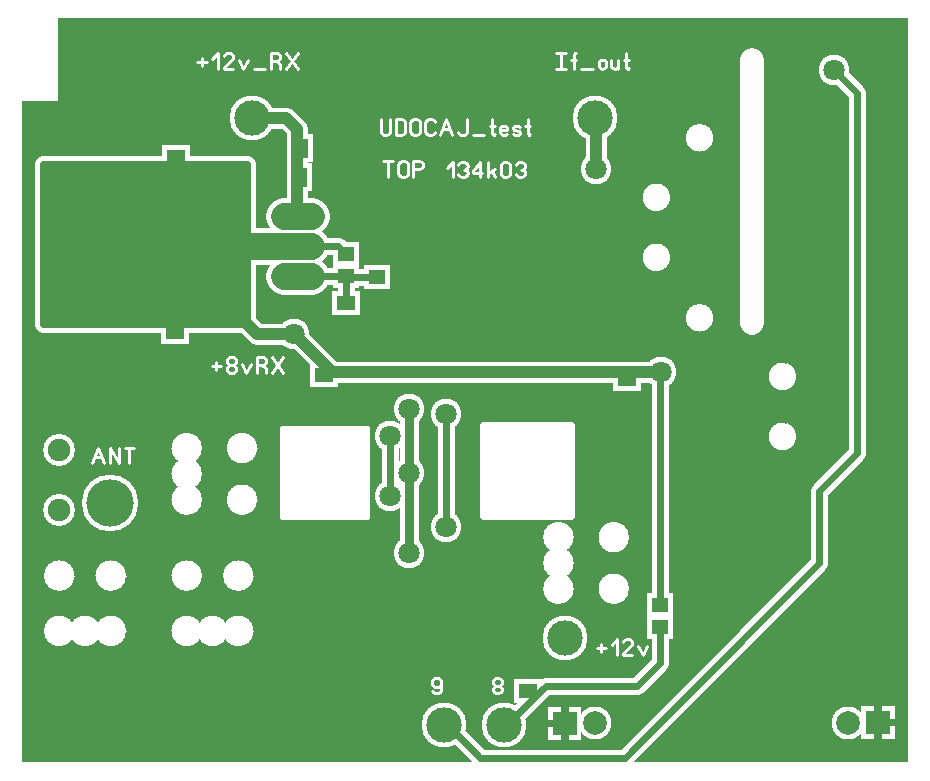
<source format=gbr>
%FSLAX34Y34*%
%MOMM*%
%LNCOPPER_TOP*%
G71*
G01*
%ADD10C, 6.000*%
%ADD11C, 4.800*%
%ADD12C, 3.800*%
%ADD13C, 0.238*%
%ADD14C, 0.100*%
%ADD15C, 2.700*%
%ADD16C, 0.300*%
%ADD17C, 0.700*%
%ADD18C, 2.600*%
%ADD19C, 1.400*%
%ADD20C, 1.800*%
%ADD21C, 1.600*%
%ADD22C, 2.800*%
%ADD23C, 1.800*%
%ADD24C, 3.100*%
%ADD25R, 2.200X2.100*%
%ADD26R, 1.400X1.300*%
%ADD27R, 2.400X2.100*%
%ADD28R, 1.600X1.300*%
%ADD29C, 2.000*%
%ADD30C, 0.667*%
%ADD31C, 4.000*%
%ADD32C, 3.000*%
%ADD33C, 1.900*%
%ADD34C, 0.600*%
%ADD35C, 0.800*%
%ADD36C, 2.000*%
%ADD37C, 1.000*%
%ADD38C, 2.300*%
%LPD*%
G36*
X0Y0D02*
X750000Y0D01*
X750000Y-630000D01*
X0Y-630000D01*
X0Y0D01*
G37*
%LPC*%
X42465Y-589756D02*
G54D10*
D03*
X64690Y-40481D02*
G54D10*
D03*
X74613Y-409972D02*
G54D11*
D03*
X74613Y-409972D02*
G54D11*
D03*
X194866Y-84137D02*
G54D12*
D03*
X194866Y-84137D02*
G54D12*
D03*
G54D13*
X59327Y-376793D02*
X64327Y-363459D01*
X69327Y-376793D01*
G54D13*
X61327Y-371793D02*
X67327Y-371793D01*
G54D13*
X73994Y-376793D02*
X73994Y-363459D01*
X81994Y-376793D01*
X81994Y-363459D01*
G54D13*
X90661Y-376793D02*
X90661Y-363459D01*
G54D13*
X86661Y-363459D02*
X94661Y-363459D01*
G36*
X29766Y-69453D02*
X-397Y-69453D01*
X-397Y397D01*
X29766Y397D01*
X29766Y-69453D01*
G37*
G54D14*
X29766Y-69453D02*
X-397Y-69453D01*
X-397Y397D01*
X29766Y397D01*
X29766Y-69453D01*
X485378Y-84137D02*
G54D12*
D03*
X485378Y-84137D02*
G54D12*
D03*
G54D13*
X148227Y-36790D02*
X156227Y-36790D01*
G54D13*
X152227Y-33457D02*
X152227Y-40124D01*
G54D13*
X160894Y-34290D02*
X165894Y-29290D01*
X165894Y-42624D01*
G54D13*
X178561Y-42624D02*
X170561Y-42624D01*
X170561Y-41791D01*
X171561Y-40124D01*
X177561Y-35124D01*
X178561Y-33457D01*
X178561Y-31790D01*
X177561Y-30124D01*
X175561Y-29290D01*
X173561Y-29290D01*
X171561Y-30124D01*
X170561Y-31790D01*
G54D13*
X183228Y-35124D02*
X187228Y-42624D01*
X191228Y-35124D01*
G54D13*
X195895Y-42624D02*
X205895Y-42624D01*
G54D13*
X214562Y-35957D02*
X217562Y-37624D01*
X218562Y-39291D01*
X218562Y-42624D01*
G54D13*
X210562Y-42624D02*
X210562Y-29290D01*
X215562Y-29290D01*
X217562Y-30124D01*
X218562Y-31790D01*
X218562Y-33457D01*
X217562Y-35124D01*
X215562Y-35957D01*
X210562Y-35957D01*
G54D13*
X223229Y-29290D02*
X233229Y-42624D01*
G54D13*
X223229Y-42624D02*
X233229Y-29290D01*
G54D13*
X452234Y-42624D02*
X460234Y-42624D01*
G54D13*
X456234Y-42624D02*
X456234Y-29290D01*
G54D13*
X452234Y-29290D02*
X460234Y-29290D01*
G54D13*
X466900Y-42624D02*
X466900Y-30124D01*
X467900Y-29290D01*
X468900Y-29790D01*
G54D13*
X464900Y-35124D02*
X468900Y-35124D01*
G54D13*
X473568Y-42624D02*
X483568Y-42624D01*
G54D13*
X494234Y-40624D02*
X494234Y-37291D01*
X493234Y-35624D01*
X491234Y-35124D01*
X489234Y-35624D01*
X488234Y-37291D01*
X488234Y-40624D01*
X489234Y-42291D01*
X491234Y-42624D01*
X493234Y-42291D01*
X494234Y-40624D01*
G54D13*
X504902Y-35124D02*
X504902Y-42624D01*
G54D13*
X504902Y-40957D02*
X503902Y-42291D01*
X501902Y-42624D01*
X499902Y-42291D01*
X498902Y-40957D01*
X498902Y-35124D01*
G54D13*
X511568Y-29290D02*
X511568Y-41791D01*
X512568Y-42624D01*
X513568Y-42291D01*
G54D13*
X509568Y-35124D02*
X513568Y-35124D01*
G54D14*
G75*
G01X43851Y-471886D02*
G03X43851Y-471886I-12500J0D01*
G01*
G36*
G75*
G01X43851Y-471886D02*
G03X43851Y-471886I-12500J0D01*
G01*
G37*
X43851Y-471886D01*
G54D14*
G75*
G01X87501Y-471886D02*
G03X87501Y-471886I-12500J0D01*
G01*
G36*
G75*
G01X87501Y-471886D02*
G03X87501Y-471886I-12500J0D01*
G01*
G37*
X87501Y-471886D01*
G54D14*
G75*
G01X151790Y-471886D02*
G03X151790Y-471886I-12500J0D01*
G01*
G36*
G75*
G01X151790Y-471886D02*
G03X151790Y-471886I-12500J0D01*
G01*
G37*
X151790Y-471886D01*
G54D14*
G75*
G01X195440Y-471886D02*
G03X195440Y-471886I-12500J0D01*
G01*
G36*
G75*
G01X195440Y-471886D02*
G03X195440Y-471886I-12500J0D01*
G01*
G37*
X195440Y-471886D01*
G54D14*
G75*
G01X198627Y-363930D02*
G03X198627Y-363930I-12500J0D01*
G01*
G36*
G75*
G01X198627Y-363930D02*
G03X198627Y-363930I-12500J0D01*
G01*
G37*
X198627Y-363930D01*
G54D14*
G75*
G01X198628Y-407580D02*
G03X198628Y-407580I-12500J0D01*
G01*
G36*
G75*
G01X198628Y-407580D02*
G03X198628Y-407580I-12500J0D01*
G01*
G37*
X198628Y-407580D01*
G54D14*
G75*
G01X43851Y-518711D02*
G03X43851Y-518711I-12500J0D01*
G01*
G36*
G75*
G01X43851Y-518711D02*
G03X43851Y-518711I-12500J0D01*
G01*
G37*
X43851Y-518711D01*
G54D14*
G75*
G01X65676Y-518711D02*
G03X65676Y-518711I-12500J0D01*
G01*
G36*
G75*
G01X65676Y-518711D02*
G03X65676Y-518711I-12500J0D01*
G01*
G37*
X65676Y-518711D01*
G54D14*
G75*
G01X87501Y-518711D02*
G03X87501Y-518711I-12500J0D01*
G01*
G36*
G75*
G01X87501Y-518711D02*
G03X87501Y-518711I-12500J0D01*
G01*
G37*
X87501Y-518711D01*
G54D14*
G75*
G01X151790Y-518710D02*
G03X151790Y-518710I-12500J0D01*
G01*
G36*
G75*
G01X151790Y-518710D02*
G03X151790Y-518710I-12500J0D01*
G01*
G37*
X151790Y-518710D01*
G54D14*
G75*
G01X173615Y-518710D02*
G03X173615Y-518710I-12500J0D01*
G01*
G36*
G75*
G01X173615Y-518710D02*
G03X173615Y-518710I-12500J0D01*
G01*
G37*
X173615Y-518710D01*
G54D14*
G75*
G01X195440Y-518710D02*
G03X195440Y-518710I-12500J0D01*
G01*
G36*
G75*
G01X195440Y-518710D02*
G03X195440Y-518710I-12500J0D01*
G01*
G37*
X195440Y-518710D01*
G54D14*
G75*
G01X151802Y-363930D02*
G03X151802Y-363930I-12500J0D01*
G01*
G36*
G75*
G01X151802Y-363930D02*
G03X151802Y-363930I-12500J0D01*
G01*
G37*
X151802Y-363930D01*
G54D14*
G75*
G01X151802Y-385755D02*
G03X151802Y-385755I-12500J0D01*
G01*
G36*
G75*
G01X151802Y-385755D02*
G03X151802Y-385755I-12500J0D01*
G01*
G37*
X151802Y-385755D01*
G54D14*
G75*
G01X151802Y-407580D02*
G03X151802Y-407580I-12500J0D01*
G01*
G36*
G75*
G01X151802Y-407580D02*
G03X151802Y-407580I-12500J0D01*
G01*
G37*
X151802Y-407580D01*
X31354Y-365125D02*
G54D15*
D03*
X31354Y-415925D02*
G54D15*
D03*
G36*
X292880Y-346479D02*
X219856Y-346479D01*
X219856Y-422679D01*
X292881Y-422679D01*
X292880Y-346479D01*
G37*
G54D16*
X292880Y-346479D02*
X219856Y-346479D01*
X219856Y-422679D01*
X292881Y-422679D01*
X292880Y-346479D01*
X459978Y-524668D02*
G54D12*
D03*
G54D13*
X486365Y-532884D02*
X494365Y-532884D01*
G54D13*
X490365Y-529551D02*
X490365Y-536218D01*
G54D13*
X499032Y-530384D02*
X504032Y-525384D01*
X504032Y-538718D01*
G54D13*
X516699Y-538718D02*
X508699Y-538718D01*
X508699Y-537884D01*
X509699Y-536218D01*
X515699Y-531218D01*
X516699Y-529551D01*
X516699Y-527884D01*
X515699Y-526218D01*
X513699Y-525384D01*
X511699Y-525384D01*
X509699Y-526218D01*
X508699Y-527884D01*
G54D13*
X521366Y-531218D02*
X525366Y-538718D01*
X529366Y-531218D01*
X408385Y-598487D02*
G54D12*
D03*
X408385Y-598487D02*
G54D12*
D03*
G54D13*
X403258Y-564991D02*
X401258Y-564991D01*
X399258Y-564158D01*
X398258Y-562491D01*
X398258Y-560824D01*
X399258Y-559158D01*
X401258Y-558324D01*
X403258Y-558324D01*
X405258Y-559158D01*
X406258Y-560824D01*
X406258Y-562491D01*
X405258Y-564158D01*
X403258Y-564991D01*
X405258Y-565824D01*
X406258Y-567491D01*
X406258Y-569158D01*
X405258Y-570824D01*
X403258Y-571658D01*
X401258Y-571658D01*
X399258Y-570824D01*
X398258Y-569158D01*
X398258Y-567491D01*
X399258Y-565824D01*
X401258Y-564991D01*
X356791Y-598487D02*
G54D12*
D03*
X356791Y-598487D02*
G54D12*
D03*
G54D13*
X346665Y-569158D02*
X347665Y-570824D01*
X349665Y-571658D01*
X351665Y-571658D01*
X353665Y-570824D01*
X354665Y-569158D01*
X354665Y-564991D01*
X354665Y-564158D01*
X351665Y-565824D01*
X349665Y-565824D01*
X347665Y-564991D01*
X346665Y-563324D01*
X346665Y-560824D01*
X347665Y-559158D01*
X349665Y-558324D01*
X351665Y-558324D01*
X353665Y-559158D01*
X354665Y-560824D01*
X354665Y-564991D01*
G36*
X391306Y-421488D02*
X464330Y-421488D01*
X464330Y-345288D01*
X391305Y-345288D01*
X391306Y-421488D01*
G37*
G54D17*
X391306Y-421488D02*
X464330Y-421488D01*
X464330Y-345288D01*
X391305Y-345288D01*
X391306Y-421488D01*
X359172Y-431006D02*
G54D18*
D03*
X359172Y-334962D02*
G54D18*
D03*
G54D19*
X359172Y-334962D02*
X359172Y-431006D01*
X376634Y-386160D02*
G54D20*
D03*
X311547Y-404813D02*
G54D18*
D03*
X311547Y-353616D02*
G54D18*
D03*
G54D19*
X311547Y-404813D02*
X311547Y-353616D01*
X327819Y-385366D02*
G54D18*
D03*
X327819Y-330994D02*
G54D18*
D03*
X327819Y-452835D02*
G54D18*
D03*
G54D21*
X327819Y-330994D02*
X327819Y-452835D01*
G36*
X445505Y-611043D02*
X445505Y-583043D01*
X473505Y-583043D01*
X473505Y-611043D01*
X445505Y-611043D01*
G37*
X484904Y-597043D02*
G54D22*
D03*
X230187Y-267494D02*
G54D18*
D03*
X229790Y-448866D02*
G54D20*
D03*
X162719Y-552053D02*
G54D20*
D03*
X106362Y-386556D02*
G54D20*
D03*
G54D14*
G75*
G01X513362Y-439335D02*
G03X513362Y-439335I-12500J0D01*
G01*
G36*
G75*
G01X513362Y-439335D02*
G03X513362Y-439335I-12500J0D01*
G01*
G37*
X513362Y-439335D01*
G54D14*
G75*
G01X513362Y-482986D02*
G03X513362Y-482986I-12500J0D01*
G01*
G36*
G75*
G01X513362Y-482986D02*
G03X513362Y-482986I-12500J0D01*
G01*
G37*
X513362Y-482986D01*
G54D14*
G75*
G01X466537Y-439335D02*
G03X466537Y-439335I-12500J0D01*
G01*
G36*
G75*
G01X466537Y-439335D02*
G03X466537Y-439335I-12500J0D01*
G01*
G37*
X466537Y-439335D01*
G54D14*
G75*
G01X466537Y-461160D02*
G03X466537Y-461160I-12500J0D01*
G01*
G36*
G75*
G01X466537Y-461160D02*
G03X466537Y-461160I-12500J0D01*
G01*
G37*
X466537Y-461160D01*
G54D14*
G75*
G01X466537Y-482986D02*
G03X466537Y-482986I-12500J0D01*
G01*
G36*
G75*
G01X466537Y-482986D02*
G03X466537Y-482986I-12500J0D01*
G01*
G37*
X466537Y-482986D01*
X453628Y-327422D02*
G54D20*
D03*
X540544Y-299244D02*
G54D18*
D03*
X485775Y-127794D02*
G54D18*
D03*
G54D23*
X485775Y-127794D02*
X485775Y-84534D01*
X485378Y-84137D01*
G36*
X710617Y-610249D02*
X710617Y-582249D01*
X738617Y-582249D01*
X738617Y-610249D01*
X710617Y-610249D01*
G37*
X699217Y-596249D02*
G54D22*
D03*
G54D23*
X540544Y-299244D02*
X261937Y-299244D01*
X230187Y-267494D01*
G54D13*
X160530Y-294362D02*
X168530Y-294362D01*
G54D13*
X164530Y-291029D02*
X164530Y-297696D01*
G54D13*
X178197Y-293529D02*
X176197Y-293529D01*
X174197Y-292696D01*
X173197Y-291029D01*
X173197Y-289362D01*
X174197Y-287696D01*
X176197Y-286862D01*
X178197Y-286862D01*
X180197Y-287696D01*
X181197Y-289362D01*
X181197Y-291029D01*
X180197Y-292696D01*
X178197Y-293529D01*
X180197Y-294362D01*
X181197Y-296029D01*
X181197Y-297696D01*
X180197Y-299362D01*
X178197Y-300196D01*
X176197Y-300196D01*
X174197Y-299362D01*
X173197Y-297696D01*
X173197Y-296029D01*
X174197Y-294362D01*
X176197Y-293529D01*
G54D13*
X185864Y-292696D02*
X189864Y-300196D01*
X193864Y-292696D01*
G54D13*
X202531Y-293529D02*
X205531Y-295196D01*
X206531Y-296862D01*
X206531Y-300196D01*
G54D13*
X198531Y-300196D02*
X198531Y-286862D01*
X203531Y-286862D01*
X205531Y-287696D01*
X206531Y-289362D01*
X206531Y-291029D01*
X205531Y-292696D01*
X203531Y-293529D01*
X198531Y-293529D01*
G54D13*
X211198Y-286862D02*
X221198Y-300196D01*
G54D13*
X211198Y-300196D02*
X221198Y-286862D01*
G54D24*
X221330Y-218185D02*
X244330Y-218185D01*
G54D24*
X221330Y-167385D02*
X244330Y-167385D01*
G54D24*
X221330Y-192785D02*
X244330Y-192785D01*
G54D24*
X182030Y-192785D02*
X232830Y-192785D01*
G54D23*
X230187Y-267494D02*
X199192Y-267494D01*
X190364Y-258666D01*
X273975Y-218256D02*
G54D25*
D03*
X273975Y-199256D02*
G54D25*
D03*
X300036Y-199628D02*
G54D26*
D03*
X300037Y-218628D02*
G54D25*
D03*
X273844Y-241300D02*
G54D27*
D03*
X273844Y-260300D02*
G54D28*
D03*
G54D19*
X232830Y-192785D02*
X267504Y-192785D01*
X273975Y-199256D01*
G54D19*
X300037Y-218628D02*
X274346Y-218628D01*
X273975Y-218256D01*
X232901Y-218256D01*
X232830Y-218185D01*
G54D19*
X273844Y-241300D02*
X273844Y-218387D01*
X273975Y-218256D01*
X129381Y-265907D02*
G54D27*
D03*
X129381Y-284906D02*
G54D28*
D03*
X255984Y-301625D02*
G54D27*
D03*
X255984Y-320625D02*
G54D28*
D03*
X511969Y-305197D02*
G54D27*
D03*
X511969Y-324197D02*
G54D28*
D03*
X619919Y-329406D02*
G54D20*
D03*
X561975Y-470297D02*
G54D20*
D03*
G36*
X224474Y-122516D02*
X245474Y-122516D01*
X245475Y-146516D01*
X224475Y-146516D01*
X224474Y-122516D01*
G37*
G36*
X247474Y-126516D02*
X260474Y-126516D01*
X260474Y-142516D01*
X247474Y-142516D01*
X247474Y-126516D01*
G37*
G36*
X224871Y-97910D02*
X245871Y-97910D01*
X245871Y-121910D01*
X224871Y-121910D01*
X224871Y-97910D01*
G37*
G36*
X247871Y-101910D02*
X260871Y-101910D01*
X260871Y-117910D01*
X247871Y-117910D01*
X247871Y-101910D01*
G37*
G54D23*
X232830Y-167385D02*
X232830Y-93924D01*
X223044Y-84138D01*
X194866Y-84137D01*
G54D19*
X408385Y-598487D02*
X409923Y-598487D01*
X443260Y-565150D01*
X520700Y-565150D01*
X539750Y-546100D01*
X539881Y-515516D02*
G54D25*
D03*
X539881Y-496516D02*
G54D25*
D03*
G54D19*
X540544Y-299244D02*
X539750Y-300038D01*
X539881Y-496516D01*
G54D19*
X539750Y-546100D02*
X539750Y-515647D01*
X539881Y-515516D01*
G54D19*
X356791Y-598487D02*
X360362Y-598487D01*
X387747Y-625872D01*
X510381Y-625872D01*
X614759Y-521494D01*
X687785Y-43657D02*
G54D18*
D03*
G54D19*
X614759Y-521494D02*
X675084Y-461169D01*
X675084Y-400050D01*
X707231Y-367903D01*
X707231Y-63103D01*
X687785Y-43657D01*
X130175Y-117822D02*
G54D27*
D03*
X130175Y-98822D02*
G54D28*
D03*
G54D16*
G75*
G01X653731Y-354013D02*
G03X653731Y-354013I-10000J0D01*
G01*
G36*
G75*
G01X653731Y-354013D02*
G03X653731Y-354013I-10000J0D01*
G01*
G37*
X653731Y-354013D01*
G54D16*
G75*
G01X653731Y-303213D02*
G03X653731Y-303213I-10000J0D01*
G01*
G36*
G75*
G01X653731Y-303213D02*
G03X653731Y-303213I-10000J0D01*
G01*
G37*
X653731Y-303213D01*
G36*
X17724Y-123332D02*
X190364Y-123332D01*
X190364Y-258666D01*
X17724Y-258666D01*
X17724Y-123332D01*
G37*
G54D19*
X17724Y-123332D02*
X190364Y-123332D01*
X190364Y-258666D01*
X17724Y-258666D01*
X17724Y-123332D01*
X428228Y-569863D02*
G54D27*
D03*
X428228Y-550863D02*
G54D28*
D03*
G54D16*
G75*
G01X583484Y-253603D02*
G03X583484Y-253603I-10000J0D01*
G01*
G36*
G75*
G01X583484Y-253603D02*
G03X583484Y-253603I-10000J0D01*
G01*
G37*
X583484Y-253603D01*
G54D16*
G75*
G01X583484Y-101203D02*
G03X583484Y-101203I-10000J0D01*
G01*
G36*
G75*
G01X583484Y-101203D02*
G03X583484Y-101203I-10000J0D01*
G01*
G37*
X583484Y-101203D01*
G54D16*
G75*
G01X546972Y-151606D02*
G03X546972Y-151606I-10000J0D01*
G01*
G36*
G75*
G01X546972Y-151606D02*
G03X546972Y-151606I-10000J0D01*
G01*
G37*
X546972Y-151606D01*
G54D16*
G75*
G01X546972Y-202406D02*
G03X546972Y-202406I-10000J0D01*
G01*
G36*
G75*
G01X546972Y-202406D02*
G03X546972Y-202406I-10000J0D01*
G01*
G37*
X546972Y-202406D01*
G54D29*
X617538Y-35719D02*
X617538Y-258366D01*
X129778Y-75803D02*
G54D20*
D03*
X129778Y-302816D02*
G54D20*
D03*
X298053Y-261144D02*
G54D20*
D03*
G54D13*
X359403Y-126366D02*
X364403Y-121366D01*
X364403Y-134699D01*
G54D13*
X369070Y-123866D02*
X370070Y-122199D01*
X372070Y-121366D01*
X374070Y-121366D01*
X376070Y-122199D01*
X377070Y-123866D01*
X377070Y-125532D01*
X376070Y-127199D01*
X374070Y-128032D01*
X376070Y-128866D01*
X377070Y-130532D01*
X377070Y-132199D01*
X376070Y-133866D01*
X374070Y-134699D01*
X372070Y-134699D01*
X370070Y-133866D01*
X369070Y-132199D01*
G54D13*
X387737Y-134699D02*
X387737Y-121366D01*
X381737Y-129699D01*
X381737Y-131366D01*
X389737Y-131366D01*
G54D13*
X394404Y-134699D02*
X394404Y-121366D01*
G54D13*
X397404Y-129699D02*
X400404Y-134699D01*
G54D13*
X394404Y-131366D02*
X400404Y-127199D01*
G54D13*
X413071Y-123866D02*
X413071Y-132199D01*
X412071Y-133866D01*
X410071Y-134699D01*
X408071Y-134699D01*
X406071Y-133866D01*
X405071Y-132199D01*
X405071Y-123866D01*
X406071Y-122199D01*
X408071Y-121366D01*
X410071Y-121366D01*
X412071Y-122199D01*
X413071Y-123866D01*
G54D13*
X417738Y-123866D02*
X418738Y-122199D01*
X420738Y-121366D01*
X422738Y-121366D01*
X424738Y-122199D01*
X425738Y-123866D01*
X425738Y-125532D01*
X424738Y-127199D01*
X422738Y-128032D01*
X424738Y-128866D01*
X425738Y-130532D01*
X425738Y-132199D01*
X424738Y-133866D01*
X422738Y-134699D01*
X420738Y-134699D01*
X418738Y-133866D01*
X417738Y-132199D01*
G54D13*
X303443Y-85250D02*
X303443Y-96083D01*
X304443Y-97750D01*
X306443Y-98583D01*
X308443Y-98583D01*
X310443Y-97750D01*
X311443Y-96083D01*
X311443Y-85250D01*
G54D13*
X316110Y-98583D02*
X316110Y-85250D01*
X321110Y-85250D01*
X323110Y-86083D01*
X324110Y-87750D01*
X324110Y-96083D01*
X323110Y-97750D01*
X321110Y-98583D01*
X316110Y-98583D01*
G54D13*
X336777Y-87750D02*
X336777Y-96083D01*
X335777Y-97750D01*
X333777Y-98583D01*
X331777Y-98583D01*
X329777Y-97750D01*
X328777Y-96083D01*
X328777Y-87750D01*
X329777Y-86083D01*
X331777Y-85250D01*
X333777Y-85250D01*
X335777Y-86083D01*
X336777Y-87750D01*
G54D13*
X349444Y-96083D02*
X348444Y-97750D01*
X346444Y-98583D01*
X344444Y-98583D01*
X342444Y-97750D01*
X341444Y-96083D01*
X341444Y-87750D01*
X342444Y-86083D01*
X344444Y-85250D01*
X346444Y-85250D01*
X348444Y-86083D01*
X349444Y-87750D01*
G54D13*
X354111Y-98583D02*
X359111Y-85250D01*
X364111Y-98583D01*
G54D13*
X356111Y-93583D02*
X362111Y-93583D01*
G54D13*
X376778Y-85250D02*
X376778Y-96083D01*
X375778Y-97750D01*
X373778Y-98583D01*
X371778Y-98583D01*
X369778Y-97750D01*
X368778Y-96083D01*
G54D13*
X381445Y-98583D02*
X391445Y-98583D01*
G54D13*
X398112Y-85250D02*
X398112Y-97750D01*
X399112Y-98583D01*
X400112Y-98250D01*
G54D13*
X396112Y-91083D02*
X400112Y-91083D01*
G54D13*
X410779Y-97750D02*
X409179Y-98583D01*
X407179Y-98583D01*
X405179Y-97750D01*
X404779Y-96083D01*
X404779Y-93250D01*
X405779Y-91583D01*
X407779Y-91083D01*
X409779Y-91583D01*
X410779Y-92750D01*
X410779Y-94417D01*
X404779Y-94417D01*
G54D13*
X415446Y-97750D02*
X417446Y-98583D01*
X419446Y-98583D01*
X421446Y-97750D01*
X421446Y-96083D01*
X420446Y-95250D01*
X416446Y-94417D01*
X415446Y-93583D01*
X415446Y-91917D01*
X417446Y-91083D01*
X419446Y-91083D01*
X421446Y-91917D01*
G54D13*
X428113Y-85250D02*
X428113Y-97750D01*
X429113Y-98583D01*
X430113Y-98250D01*
G54D13*
X426113Y-91083D02*
X430113Y-91083D01*
G54D13*
X309824Y-134302D02*
X309824Y-120969D01*
G54D13*
X305824Y-120969D02*
X313824Y-120969D01*
G54D13*
X326492Y-123469D02*
X326492Y-131802D01*
X325492Y-133469D01*
X323492Y-134302D01*
X321492Y-134302D01*
X319492Y-133469D01*
X318492Y-131802D01*
X318492Y-123469D01*
X319492Y-121802D01*
X321492Y-120969D01*
X323492Y-120969D01*
X325492Y-121802D01*
X326492Y-123469D01*
G54D13*
X331158Y-134302D02*
X331158Y-120969D01*
X336158Y-120969D01*
X338158Y-121802D01*
X339158Y-123469D01*
X339158Y-125135D01*
X338158Y-126802D01*
X336158Y-127635D01*
X331158Y-127635D01*
%LPD*%
G54D30*
G36*
X459505Y-600376D02*
X445005Y-600376D01*
X445005Y-593710D01*
X459505Y-593710D01*
X459505Y-600376D01*
G37*
G36*
X456171Y-597043D02*
X456171Y-582543D01*
X462838Y-582543D01*
X462838Y-597043D01*
X456171Y-597043D01*
G37*
G36*
X462838Y-597043D02*
X462838Y-611543D01*
X456171Y-611543D01*
X456171Y-597043D01*
X462838Y-597043D01*
G37*
G54D30*
G36*
X721284Y-596249D02*
X721284Y-581749D01*
X727950Y-581749D01*
X727950Y-596249D01*
X721284Y-596249D01*
G37*
G36*
X724617Y-592916D02*
X739117Y-592916D01*
X739117Y-599582D01*
X724617Y-599582D01*
X724617Y-592916D01*
G37*
G36*
X727950Y-596249D02*
X727950Y-610749D01*
X721284Y-610749D01*
X721284Y-596249D01*
X727950Y-596249D01*
G37*
X42465Y-589756D02*
G54D10*
D03*
X64690Y-40481D02*
G54D10*
D03*
X74613Y-409972D02*
G54D31*
D03*
X74613Y-409972D02*
G54D31*
D03*
X194866Y-84137D02*
G54D32*
D03*
X194866Y-84137D02*
G54D32*
D03*
X485378Y-84137D02*
G54D32*
D03*
X485378Y-84137D02*
G54D32*
D03*
X31354Y-365125D02*
G54D33*
D03*
X31354Y-415925D02*
G54D33*
D03*
X459978Y-524668D02*
G54D32*
D03*
X408385Y-598487D02*
G54D32*
D03*
X408385Y-598487D02*
G54D32*
D03*
X356791Y-598487D02*
G54D32*
D03*
X356791Y-598487D02*
G54D32*
D03*
X359172Y-431006D02*
G54D20*
D03*
X359172Y-334962D02*
G54D20*
D03*
G54D34*
X359172Y-334962D02*
X359172Y-431006D01*
X376634Y-386160D02*
G54D20*
D03*
X311547Y-404813D02*
G54D20*
D03*
X311547Y-353616D02*
G54D20*
D03*
G54D34*
X311547Y-404813D02*
X311547Y-353616D01*
X327819Y-385366D02*
G54D20*
D03*
X327819Y-330994D02*
G54D20*
D03*
X327819Y-452835D02*
G54D20*
D03*
G54D35*
X327819Y-330994D02*
X327819Y-452835D01*
G36*
X449505Y-607043D02*
X449505Y-587043D01*
X469505Y-587043D01*
X469505Y-607043D01*
X449505Y-607043D01*
G37*
X484904Y-597043D02*
G54D36*
D03*
X230187Y-267494D02*
G54D20*
D03*
X229790Y-448866D02*
G54D20*
D03*
X162719Y-552053D02*
G54D20*
D03*
X106362Y-386556D02*
G54D20*
D03*
X453628Y-327422D02*
G54D20*
D03*
X540544Y-299244D02*
G54D20*
D03*
X485775Y-127794D02*
G54D20*
D03*
G54D37*
X485775Y-127794D02*
X485775Y-84534D01*
X485378Y-84137D01*
G36*
X714617Y-606249D02*
X714617Y-586249D01*
X734617Y-586249D01*
X734617Y-606249D01*
X714617Y-606249D01*
G37*
X699217Y-596249D02*
G54D36*
D03*
G54D37*
X540544Y-299244D02*
X261937Y-299244D01*
X230187Y-267494D01*
G54D38*
X221330Y-218185D02*
X244330Y-218185D01*
G54D38*
X221330Y-167385D02*
X244330Y-167385D01*
G54D38*
X221330Y-192785D02*
X244330Y-192785D01*
G54D38*
X182030Y-192785D02*
X232830Y-192785D01*
G54D37*
X230187Y-267494D02*
X199192Y-267494D01*
X190364Y-258666D01*
X273975Y-218256D02*
G54D26*
D03*
X273975Y-199256D02*
G54D26*
D03*
X300036Y-199628D02*
G54D26*
D03*
X300037Y-218628D02*
G54D26*
D03*
X273844Y-241300D02*
G54D28*
D03*
X273844Y-260300D02*
G54D28*
D03*
G54D34*
X232830Y-192785D02*
X267504Y-192785D01*
X273975Y-199256D01*
G54D34*
X300037Y-218628D02*
X274346Y-218628D01*
X273975Y-218256D01*
X232901Y-218256D01*
X232830Y-218185D01*
G54D34*
X273844Y-241300D02*
X273844Y-218387D01*
X273975Y-218256D01*
X129381Y-265907D02*
G54D28*
D03*
X129381Y-284906D02*
G54D28*
D03*
X255984Y-301625D02*
G54D28*
D03*
X255984Y-320625D02*
G54D28*
D03*
X511969Y-305197D02*
G54D28*
D03*
X511969Y-324197D02*
G54D28*
D03*
X619919Y-329406D02*
G54D20*
D03*
X561975Y-470297D02*
G54D20*
D03*
G36*
X228474Y-126516D02*
X241474Y-126516D01*
X241475Y-142516D01*
X228475Y-142516D01*
X228474Y-126516D01*
G37*
G36*
X247474Y-126516D02*
X260474Y-126516D01*
X260474Y-142516D01*
X247474Y-142516D01*
X247474Y-126516D01*
G37*
G36*
X228871Y-101910D02*
X241871Y-101910D01*
X241871Y-117910D01*
X228871Y-117910D01*
X228871Y-101910D01*
G37*
G36*
X247871Y-101910D02*
X260871Y-101910D01*
X260871Y-117910D01*
X247871Y-117910D01*
X247871Y-101910D01*
G37*
G54D37*
X232830Y-167385D02*
X232830Y-93924D01*
X223044Y-84138D01*
X194866Y-84137D01*
G54D34*
X408385Y-598487D02*
X409923Y-598487D01*
X443260Y-565150D01*
X520700Y-565150D01*
X539750Y-546100D01*
X539881Y-515516D02*
G54D26*
D03*
X539881Y-496516D02*
G54D26*
D03*
G54D34*
X540544Y-299244D02*
X539750Y-300038D01*
X539881Y-496516D01*
G54D34*
X539750Y-546100D02*
X539750Y-515647D01*
X539881Y-515516D01*
G54D34*
X356791Y-598487D02*
X360362Y-598487D01*
X387747Y-625872D01*
X510381Y-625872D01*
X614759Y-521494D01*
X687785Y-43657D02*
G54D20*
D03*
G54D34*
X614759Y-521494D02*
X675084Y-461169D01*
X675084Y-400050D01*
X707231Y-367903D01*
X707231Y-63103D01*
X687785Y-43657D01*
X130175Y-117822D02*
G54D28*
D03*
X130175Y-98822D02*
G54D28*
D03*
G36*
X17724Y-123332D02*
X190364Y-123332D01*
X190364Y-258666D01*
X17724Y-258666D01*
X17724Y-123332D01*
G37*
G54D34*
X17724Y-123332D02*
X190364Y-123332D01*
X190364Y-258666D01*
X17724Y-258666D01*
X17724Y-123332D01*
X428228Y-569863D02*
G54D28*
D03*
X428228Y-550863D02*
G54D28*
D03*
X129778Y-75803D02*
G54D20*
D03*
X129778Y-302816D02*
G54D20*
D03*
X298053Y-261144D02*
G54D20*
D03*
M02*

</source>
